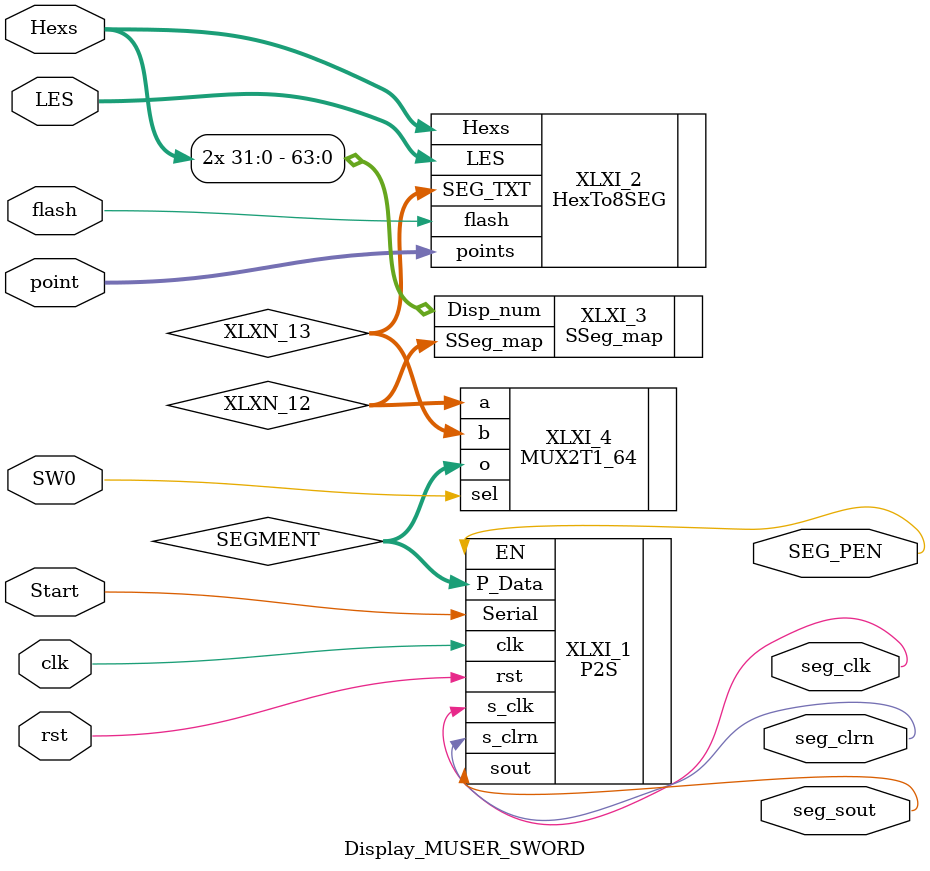
<source format=v>
`timescale 1ns / 1ps
`timescale 1ns / 1ps

module Flicker_MUSER_SWORD(flash_clk, 
                           LE, 
                           LE_OUT);

    input flash_clk;
    input LE;
   output LE_OUT;
   
   
   AND2  XLXI_2 (.I0(flash_clk), 
                .I1(LE), 
                .O(LE_OUT));
endmodule
`timescale 1ns / 1ps

module MC14495_ZJU_MUSER_SWORD(D_0, 
                               D_1, 
                               D_2, 
                               D_3, 
                               LE, 
                               Point, 
                               a, 
                               b, 
                               c, 
                               d, 
                               e, 
                               f, 
                               g, 
                               p);

    input D_0;
    input D_1;
    input D_2;
    input D_3;
    input LE;
    input Point;
   output a;
   output b;
   output c;
   output d;
   output e;
   output f;
   output g;
   output p;
   
   wire D2;
   wire XLXN_43;
   wire XLXN_51;
   wire XLXN_53;
   wire XLXN_54;
   wire XLXN_55;
   wire XLXN_56;
   wire XLXN_57;
   wire XLXN_58;
   wire XLXN_61;
   wire XLXN_62;
   wire XLXN_63;
   wire XLXN_64;
   wire XLXN_65;
   wire XLXN_66;
   wire XLXN_67;
   wire XLXN_68;
   wire XLXN_72;
   wire XLXN_73;
   wire XLXN_74;
   wire XLXN_76;
   wire XLXN_77;
   wire XLXN_78;
   wire XLXN_80;
   wire XLXN_81;
   wire XLXN_82;
   wire XLXN_83;
   wire XLXN_84;
   wire XLXN_85;
   wire XLXN_86;
   wire XLXN_105;
   wire XLXN_117;
   
   INV  XLXI_1 (.I(D_1), 
               .O(XLXN_43));
   INV  XLXI_3 (.I(D_3), 
               .O(XLXN_105));
   INV  XLXI_4 (.I(D_0), 
               .O(XLXN_117));
   AND4  XLXI_5 (.I0(D_0), 
                .I1(D2), 
                .I2(XLXN_43), 
                .I3(XLXN_105), 
                .O(XLXN_51));
   AND4  XLXI_6 (.I0(XLXN_117), 
                .I1(XLXN_43), 
                .I2(D_2), 
                .I3(XLXN_105), 
                .O(XLXN_63));
   AND4  XLXI_7 (.I0(D_0), 
                .I1(XLXN_43), 
                .I2(D_2), 
                .I3(D_3), 
                .O(XLXN_53));
   AND4  XLXI_8 (.I0(D_0), 
                .I1(D_1), 
                .I2(D2), 
                .I3(D_3), 
                .O(XLXN_54));
   AND4  XLXI_9 (.I0(D_0), 
                .I1(XLXN_43), 
                .I2(D_2), 
                .I3(XLXN_105), 
                .O(XLXN_55));
   AND3  XLXI_10 (.I0(XLXN_117), 
                 .I1(D_1), 
                 .I2(D_2), 
                 .O(XLXN_56));
   AND3  XLXI_11 (.I0(XLXN_117), 
                 .I1(D_2), 
                 .I2(D_3), 
                 .O(XLXN_57));
   AND3  XLXI_12 (.I0(D_0), 
                 .I1(D_1), 
                 .I2(D_3), 
                 .O(XLXN_58));
   AND3  XLXI_13 (.I0(D_1), 
                 .I1(D_2), 
                 .I2(D_3), 
                 .O(XLXN_62));
   AND3  XLXI_14 (.I0(D_0), 
                 .I1(D_1), 
                 .I2(D_2), 
                 .O(XLXN_64));
   AND4  XLXI_15 (.I0(XLXN_117), 
                 .I1(D_1), 
                 .I2(D2), 
                 .I3(D_3), 
                 .O(XLXN_65));
   AND4  XLXI_16 (.I0(XLXN_117), 
                 .I1(D_1), 
                 .I2(D2), 
                 .I3(XLXN_105), 
                 .O(XLXN_61));
   AND4  XLXI_17 (.I0(XLXN_117), 
                 .I1(XLXN_43), 
                 .I2(D_2), 
                 .I3(D_3), 
                 .O(XLXN_74));
   AND4  XLXI_18 (.I0(D_0), 
                 .I1(D_1), 
                 .I2(D_2), 
                 .I3(XLXN_105), 
                 .O(XLXN_73));
   AND3  XLXI_19 (.I0(D_0), 
                 .I1(D_1), 
                 .I2(XLXN_105), 
                 .O(XLXN_76));
   AND3  XLXI_20 (.I0(D_0), 
                 .I1(D2), 
                 .I2(XLXN_105), 
                 .O(XLXN_78));
   AND3  XLXI_21 (.I0(XLXN_43), 
                 .I1(D2), 
                 .I2(XLXN_105), 
                 .O(XLXN_72));
   AND3  XLXI_22 (.I0(D_1), 
                 .I1(D2), 
                 .I2(XLXN_105), 
                 .O(XLXN_77));
   AND3  XLXI_23 (.I0(D_0), 
                 .I1(XLXN_43), 
                 .I2(D2), 
                 .O(XLXN_68));
   AND3  XLXI_24 (.I0(XLXN_43), 
                 .I1(D_2), 
                 .I2(XLXN_105), 
                 .O(XLXN_67));
   AND2  XLXI_25 (.I0(D_0), 
                 .I1(XLXN_105), 
                 .O(XLXN_66));
   OR4  XLXI_26 (.I0(XLXN_54), 
                .I1(XLXN_53), 
                .I2(XLXN_63), 
                .I3(XLXN_51), 
                .O(XLXN_80));
   OR4  XLXI_27 (.I0(XLXN_58), 
                .I1(XLXN_57), 
                .I2(XLXN_56), 
                .I3(XLXN_55), 
                .O(XLXN_81));
   OR4  XLXI_28 (.I0(XLXN_65), 
                .I1(XLXN_64), 
                .I2(XLXN_63), 
                .I3(XLXN_51), 
                .O(XLXN_83));
   OR3  XLXI_29 (.I0(XLXN_74), 
                .I1(XLXN_73), 
                .I2(XLXN_72), 
                .O(XLXN_86));
   OR3  XLXI_30 (.I0(XLXN_68), 
                .I1(XLXN_67), 
                .I2(XLXN_66), 
                .O(XLXN_84));
   OR3  XLXI_31 (.I0(XLXN_62), 
                .I1(XLXN_61), 
                .I2(XLXN_57), 
                .O(XLXN_82));
   OR4  XLXI_32 (.I0(XLXN_76), 
                .I1(XLXN_77), 
                .I2(XLXN_78), 
                .I3(XLXN_53), 
                .O(XLXN_85));
   OR2  XLXI_33 (.I0(LE), 
                .I1(XLXN_80), 
                .O(a));
   OR2  XLXI_34 (.I0(LE), 
                .I1(XLXN_81), 
                .O(b));
   OR2  XLXI_35 (.I0(LE), 
                .I1(XLXN_82), 
                .O(c));
   OR2  XLXI_36 (.I0(LE), 
                .I1(XLXN_83), 
                .O(d));
   OR2  XLXI_37 (.I0(LE), 
                .I1(XLXN_84), 
                .O(e));
   OR2  XLXI_38 (.I0(LE), 
                .I1(XLXN_85), 
                .O(f));
   OR2  XLXI_39 (.I0(LE), 
                .I1(XLXN_86), 
                .O(g));
   INV  XLXI_40 (.I(Point), 
                .O(p));
   INV  XLXI_42 (.I(D_2), 
                .O(D2));
endmodule
`timescale 1ns / 1ps

module MUX441_sch_MUSER_SWORD(I0, 
                              I1, 
                              I2, 
                              I3, 
                              s, 
                              o);

    input [3:0] I0;
    input [3:0] I1;
    input [3:0] I2;
    input [3:0] I3;
    input [1:0] s;
   output [3:0] o;
   
   wire XLXN_5;
   wire XLXN_7;
   wire XLXN_19;
   wire XLXN_20;
   wire XLXN_22;
   wire XLXN_23;
   wire XLXN_40;
   wire XLXN_41;
   wire XLXN_42;
   wire XLXN_44;
   wire XLXN_55;
   wire XLXN_56;
   wire XLXN_57;
   wire XLXN_59;
   wire XLXN_84;
   wire XLXN_85;
   wire XLXN_86;
   wire XLXN_88;
   wire XLXN_141;
   wire XLXN_144;
   wire XLXN_147;
   wire XLXN_150;
   
   INV  XLXI_1 (.I(s[1]), 
               .O(XLXN_5));
   INV  XLXI_2 (.I(s[0]), 
               .O(XLXN_7));
   AND2  XLXI_3 (.I0(XLXN_7), 
                .I1(XLXN_5), 
                .O(XLXN_141));
   AND2  XLXI_4 (.I0(s[0]), 
                .I1(XLXN_5), 
                .O(XLXN_144));
   AND2  XLXI_5 (.I0(s[1]), 
                .I1(XLXN_7), 
                .O(XLXN_147));
   AND2  XLXI_6 (.I0(s[1]), 
                .I1(s[0]), 
                .O(XLXN_150));
   AND2  XLXI_7 (.I0(I0[0]), 
                .I1(XLXN_141), 
                .O(XLXN_19));
   AND2  XLXI_8 (.I0(I1[0]), 
                .I1(XLXN_144), 
                .O(XLXN_20));
   AND2  XLXI_9 (.I0(I2[0]), 
                .I1(XLXN_147), 
                .O(XLXN_22));
   AND2  XLXI_10 (.I0(I3[0]), 
                 .I1(XLXN_150), 
                 .O(XLXN_23));
   OR4  XLXI_11 (.I0(XLXN_23), 
                .I1(XLXN_22), 
                .I2(XLXN_20), 
                .I3(XLXN_19), 
                .O(o[0]));
   AND2  XLXI_17 (.I0(I3[1]), 
                 .I1(XLXN_150), 
                 .O(XLXN_41));
   AND2  XLXI_18 (.I0(I0[1]), 
                 .I1(XLXN_141), 
                 .O(XLXN_40));
   AND2  XLXI_19 (.I0(I1[1]), 
                 .I1(XLXN_144), 
                 .O(XLXN_42));
   AND2  XLXI_20 (.I0(I2[1]), 
                 .I1(XLXN_147), 
                 .O(XLXN_44));
   OR4  XLXI_21 (.I0(XLXN_41), 
                .I1(XLXN_44), 
                .I2(XLXN_42), 
                .I3(XLXN_40), 
                .O(o[1]));
   AND2  XLXI_32 (.I0(I3[2]), 
                 .I1(XLXN_150), 
                 .O(XLXN_56));
   AND2  XLXI_33 (.I0(I0[2]), 
                 .I1(XLXN_141), 
                 .O(XLXN_55));
   AND2  XLXI_34 (.I0(I1[2]), 
                 .I1(XLXN_144), 
                 .O(XLXN_57));
   AND2  XLXI_35 (.I0(I2[2]), 
                 .I1(XLXN_147), 
                 .O(XLXN_59));
   OR4  XLXI_36 (.I0(XLXN_56), 
                .I1(XLXN_59), 
                .I2(XLXN_57), 
                .I3(XLXN_55), 
                .O(o[2]));
   AND2  XLXI_58 (.I0(I3[3]), 
                 .I1(XLXN_150), 
                 .O(XLXN_85));
   AND2  XLXI_59 (.I0(I0[3]), 
                 .I1(XLXN_141), 
                 .O(XLXN_84));
   AND2  XLXI_60 (.I0(I1[3]), 
                 .I1(XLXN_144), 
                 .O(XLXN_86));
   AND2  XLXI_61 (.I0(I2[3]), 
                 .I1(XLXN_147), 
                 .O(XLXN_88));
   OR4  XLXI_62 (.I0(XLXN_85), 
                .I1(XLXN_88), 
                .I2(XLXN_86), 
                .I3(XLXN_84), 
                .O(o[3]));
endmodule
`timescale 1ns / 1ps

module MUX8T1_8_MUSER_SWORD(I0, 
                            I1, 
                            I2, 
                            I3, 
                            I4, 
                            I5, 
                            I6, 
                            I7, 
                            s, 
                            o);

    input [7:0] I0;
    input [7:0] I1;
    input [7:0] I2;
    input [7:0] I3;
    input [7:0] I4;
    input [7:0] I5;
    input [7:0] I6;
    input [7:0] I7;
    input [2:0] s;
   output [7:0] o;
   
   wire [3:0] o0;
   wire [3:0] o1;
   wire [3:0] o2;
   wire [3:0] o3;
   wire XLXN_48;
   wire XLXN_52;
   wire XLXN_79;
   wire XLXN_80;
   wire XLXN_81;
   wire XLXN_82;
   wire XLXN_87;
   wire XLXN_88;
   wire XLXN_89;
   wire XLXN_90;
   wire XLXN_91;
   wire XLXN_92;
   wire XLXN_93;
   wire XLXN_94;
   wire XLXN_95;
   wire XLXN_96;
   wire XLXN_254;
   
   MUX441_sch_MUSER_SWORD  XLXI_3 (.I0(I0[7:4]), 
                                  .I1(I1[7:4]), 
                                  .I2(I2[7:4]), 
                                  .I3(I3[7:4]), 
                                  .s(s[1:0]), 
                                  .o(o2[3:0]));
   MUX441_sch_MUSER_SWORD  XLXI_4 (.I0(I4[7:4]), 
                                  .I1(I5[7:4]), 
                                  .I2(I6[7:4]), 
                                  .I3(I7[7:4]), 
                                  .s(s[1:0]), 
                                  .o(o3[3:0]));
   INV  XLXI_9 (.I(s[2]), 
               .O(XLXN_254));
   AND2  XLXI_10 (.I0(XLXN_254), 
                 .I1(o0[0]), 
                 .O(XLXN_52));
   AND2  XLXI_11 (.I0(s[2]), 
                 .I1(o1[0]), 
                 .O(XLXN_48));
   OR2  XLXI_12 (.I0(XLXN_52), 
                .I1(XLXN_48), 
                .O(o[0]));
   OR2  XLXI_19 (.I0(XLXN_80), 
                .I1(XLXN_79), 
                .O(o[1]));
   AND2  XLXI_20 (.I0(XLXN_254), 
                 .I1(o0[1]), 
                 .O(XLXN_80));
   AND2  XLXI_21 (.I0(s[2]), 
                 .I1(o1[1]), 
                 .O(XLXN_79));
   OR2  XLXI_22 (.I0(XLXN_82), 
                .I1(XLXN_81), 
                .O(o[2]));
   AND2  XLXI_23 (.I0(XLXN_254), 
                 .I1(o0[2]), 
                 .O(XLXN_82));
   AND2  XLXI_24 (.I0(s[2]), 
                 .I1(o1[2]), 
                 .O(XLXN_81));
   OR2  XLXI_31 (.I0(XLXN_88), 
                .I1(XLXN_87), 
                .O(o[3]));
   AND2  XLXI_32 (.I0(XLXN_254), 
                 .I1(o0[3]), 
                 .O(XLXN_88));
   AND2  XLXI_33 (.I0(s[2]), 
                 .I1(o1[3]), 
                 .O(XLXN_87));
   OR2  XLXI_34 (.I0(XLXN_90), 
                .I1(XLXN_89), 
                .O(o[4]));
   AND2  XLXI_35 (.I0(XLXN_254), 
                 .I1(o2[0]), 
                 .O(XLXN_90));
   AND2  XLXI_36 (.I0(s[2]), 
                 .I1(o3[0]), 
                 .O(XLXN_89));
   OR2  XLXI_37 (.I0(XLXN_92), 
                .I1(XLXN_91), 
                .O(o[5]));
   AND2  XLXI_38 (.I0(XLXN_254), 
                 .I1(o2[1]), 
                 .O(XLXN_92));
   AND2  XLXI_39 (.I0(s[2]), 
                 .I1(o3[1]), 
                 .O(XLXN_91));
   OR2  XLXI_40 (.I0(XLXN_94), 
                .I1(XLXN_93), 
                .O(o[6]));
   AND2  XLXI_41 (.I0(XLXN_254), 
                 .I1(o2[2]), 
                 .O(XLXN_94));
   AND2  XLXI_42 (.I0(s[2]), 
                 .I1(o3[2]), 
                 .O(XLXN_93));
   OR2  XLXI_43 (.I0(XLXN_96), 
                .I1(XLXN_95), 
                .O(o[7]));
   AND2  XLXI_44 (.I0(XLXN_254), 
                 .I1(o2[3]), 
                 .O(XLXN_96));
   AND2  XLXI_45 (.I0(s[2]), 
                 .I1(o3[3]), 
                 .O(XLXN_95));
   MUX441_sch_MUSER_SWORD  XLXI_46 (.I0(I0[3:0]), 
                                   .I1(I1[3:0]), 
                                   .I2(I2[3:0]), 
                                   .I3(I3[3:0]), 
                                   .s(s[1:0]), 
                                   .o(o0[3:0]));
   MUX441_sch_MUSER_SWORD  XLXI_47 (.I0(I4[3:0]), 
                                   .I1(I5[3:0]), 
                                   .I2(I6[3:0]), 
                                   .I3(I7[3:0]), 
                                   .s(s[1:0]), 
                                   .o(o1[3:0]));
endmodule
`timescale 1ns / 1ps

module ScanSync_MUSER_SWORD(Hexs, 
                            LES, 
                            point, 
                            Scan, 
                            AN, 
                            Hexo, 
                            LE, 
                            p);

    input [31:0] Hexs;
    input [7:0] LES;
    input [7:0] point;
    input [2:0] Scan;
   output [3:0] AN;
   output [3:0] Hexo;
   output LE;
   output p;
   
   wire [7:0] COM;
   wire G0;
   wire [7:0] Hex;
   wire V5;
   
   MUX8T1_8_MUSER_SWORD  XLXI_1 (.I0({LES[0], point[0], G0, G0, V5, V5, V5, 
         G0}), 
                                .I1({LES[1], point[1], G0, G0, V5, V5, G0, 
         V5}), 
                                .I2({LES[2], point[2], G0, G0, V5, G0, V5, 
         V5}), 
                                .I3({LES[3], point[3], G0, G0, G0, V5, V5, 
         V5}), 
                                .I4({LES[4], point[4], G0, G0, V5, V5, V5, 
         G0}), 
                                .I5({LES[5], point[5], G0, G0, V5, V5, G0, 
         V5}), 
                                .I6({LES[6], point[6], G0, G0, V5, G0, V5, 
         V5}), 
                                .I7({LES[7], point[7], G0, G0, G0, V5, V5, 
         V5}), 
                                .s(Scan[2:0]), 
                                .o(COM[7:0]));
   MUX8T1_8_MUSER_SWORD  XLXI_2 (.I0({Hexs[3:0], G0, G0, G0, G0}), 
                                .I1({Hexs[7:4], G0, G0, G0, G0}), 
                                .I2({Hexs[11:8], G0, G0, G0, G0}), 
                                .I3({Hexs[15:12], G0, G0, G0, G0}), 
                                .I4({Hexs[19:16], G0, G0, G0, G0}), 
                                .I5({Hexs[23:20], G0, G0, G0, G0}), 
                                .I6({Hexs[27:24], G0, G0, G0, G0}), 
                                .I7({Hexs[31:28], G0, G0, G0, G0}), 
                                .s(Scan[2:0]), 
                                .o(Hex[7:0]));
   VCC  XLXI_9 (.P(V5));
   GND  XLXI_11 (.G(G0));
   BUF  XLXI_12 (.I(Hex[7]), 
                .O(Hexo[3]));
   BUF  XLXI_13 (.I(Hex[6]), 
                .O(Hexo[2]));
   BUF  XLXI_14 (.I(Hex[5]), 
                .O(Hexo[1]));
   BUF  XLXI_15 (.I(Hex[4]), 
                .O(Hexo[0]));
   BUF  XLXI_18 (.I(COM[3]), 
                .O(AN[3]));
   BUF  XLXI_19 (.I(COM[2]), 
                .O(AN[2]));
   BUF  XLXI_20 (.I(COM[1]), 
                .O(AN[1]));
   BUF  XLXI_21 (.I(COM[0]), 
                .O(AN[0]));
   BUF  XLXI_26 (.I(COM[7]), 
                .O(LE));
   BUF  XLXI_27 (.I(COM[6]), 
                .O(p));
endmodule
`timescale 1ns / 1ps

module Seg7_Dev_MUSER_SWORD(flash, 
                            Hexs, 
                            LES, 
                            point, 
                            Scan, 
                            SW0, 
                            AN, 
                            SEGMENT);

    input flash;
    input [31:0] Hexs;
    input [7:0] LES;
    input [7:0] point;
    input [2:0] Scan;
    input SW0;
   output [3:0] AN;
   output [7:0] SEGMENT;
   
   wire [3:0] Hex;
   wire [7:0] SEG_TXT;
   wire XLXN_7;
   wire [7:0] XLXN_24;
   wire XLXN_27;
   wire XLXN_28;
   
   ScanSync_MUSER_SWORD  XLXI_1 (.Hexs(Hexs[31:0]), 
                                .LES(LES[7:0]), 
                                .point(point[7:0]), 
                                .Scan(Scan[2:0]), 
                                .AN(AN[3:0]), 
                                .Hexo(Hex[3:0]), 
                                .LE(XLXN_7), 
                                .p(XLXN_27));
   MC14495_ZJU_MUSER_SWORD  XLXI_2 (.D_0(Hex[0]), 
                                   .D_1(Hex[1]), 
                                   .D_2(Hex[2]), 
                                   .D_3(Hex[3]), 
                                   .LE(XLXN_28), 
                                   .Point(XLXN_27), 
                                   .a(SEG_TXT[0]), 
                                   .b(SEG_TXT[1]), 
                                   .c(SEG_TXT[2]), 
                                   .d(SEG_TXT[3]), 
                                   .e(SEG_TXT[4]), 
                                   .f(SEG_TXT[5]), 
                                   .g(SEG_TXT[6]), 
                                   .p(SEG_TXT[7]));
   Flicker_MUSER_SWORD  XLXI_14 (.flash_clk(flash), 
                                .LE(XLXN_7), 
                                .LE_OUT(XLXN_28));
   Seg_map  XLXI_16 (.Hexs(Hexs[31:0]), 
                    .Scan(Scan[2:0]), 
                    .Seg_map(XLXN_24[7:0]));
   MUX2T1_8  XLXI_17 (.a(XLXN_24[7:0]), 
                     .b(SEG_TXT[7:0]), 
                     .sel(SW0), 
                     .o(SEGMENT[7:0]));
endmodule
`timescale 1ns / 1ps

module Display_MUSER_SWORD(clk, 
                           flash, 
                           Hexs, 
                           LES, 
                           point, 
                           rst, 
                           Start, 
                           SW0, 
                           seg_clk, 
                           seg_clrn, 
                           SEG_PEN, 
                           seg_sout);

    input clk;
    input flash;
    input [31:0] Hexs;
    input [7:0] LES;
    input [7:0] point;
    input rst;
    input Start;
    input SW0;
   output seg_clk;
   output seg_clrn;
   output SEG_PEN;
   output seg_sout;
   
   wire [63:0] SEGMENT;
   wire [63:0] XLXN_12;
   wire [63:0] XLXN_13;
   
   P2S  XLXI_1 (.clk(clk), 
               .P_Data(SEGMENT[63:0]), 
               .rst(rst), 
               .Serial(Start), 
               .EN(SEG_PEN), 
               .sout(seg_sout), 
               .s_clk(seg_clk), 
               .s_clrn(seg_clrn));
   HexTo8SEG  XLXI_2 (.flash(flash), 
                     .Hexs(Hexs[31:0]), 
                     .LES(LES[7:0]), 
                     .points(point[7:0]), 
                     .SEG_TXT(XLXN_13[63:0]));
   SSeg_map  XLXI_3 (.Disp_num({Hexs[31:0], Hexs[31:0]}), 
                    .SSeg_map(XLXN_12[63:0]));
   MUX2T1_64  XLXI_4 (.a(XLXN_12[63:0]), 
                     .b(XLXN_13[63:0]), 
                     .sel(SW0), 
                     .o(SEGMENT[63:0]));
endmodule

</source>
